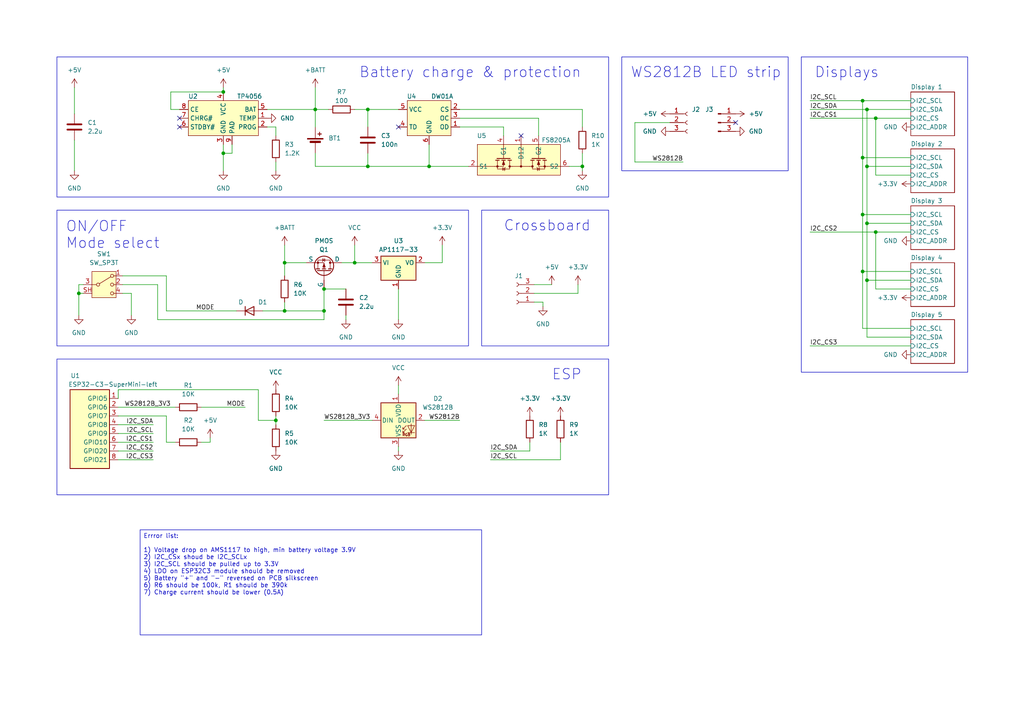
<source format=kicad_sch>
(kicad_sch (version 20231120) (generator "eeschema") (generator_version "8.0")
  (paper "A4")
  (lib_symbols
    (symbol "Connector:Conn_01x03_Pin" (pin_names (offset 1.016) hide)
      (property "Reference" "J" (at 0 5.08 0))
      (property "Value" "Conn_01x03_Pin" (at 0 -5.08 0))
      (symbol "Conn_01x03_Pin_1_1"
        (polyline (pts (xy 1.27 -2.54) (xy 0.8636 -2.54)) (stroke (width 0.1524)))
        (polyline (pts (xy 1.27 0) (xy 0.8636 0)) (stroke (width 0.1524)))
        (polyline (pts (xy 1.27 2.54) (xy 0.8636 2.54)) (stroke (width 0.1524)))
        (rectangle (start 0.8636 -2.413) (end 0 -2.667) (stroke (width 0.1524)) (fill (type outline)))
        (rectangle (start 0.8636 0.127) (end 0 -0.127) (stroke (width 0.1524)) (fill (type outline)))
        (rectangle (start 0.8636 2.667) (end 0 2.413) (stroke (width 0.1524)) (fill (type outline)))
        (pin passive line (at 5.08 2.54 180) (length 3.81) (name "Pin_1") (number "1"))
        (pin passive line (at 5.08 0 180) (length 3.81) (name "Pin_2") (number "2"))
        (pin passive line (at 5.08 -2.54 180) (length 3.81) (name "Pin_3") (number "3"))
      )
    )
    (symbol "Connector:Conn_01x03_Socket" (pin_names (offset 1.016) hide)
      (property "Reference" "J" (at 0 5.08 0))
      (property "Value" "Conn_01x03_Socket" (at 0 -5.08 0))
      (symbol "Conn_01x03_Socket_1_1"
        (arc (start 0 -2.032) (mid -0.5058 -2.54) (end 0 -3.048) (stroke (width 0.1524)))
        (polyline (pts (xy -1.27 -2.54) (xy -0.508 -2.54)) (stroke (width 0.1524)))
        (polyline (pts (xy -1.27 0) (xy -0.508 0)) (stroke (width 0.1524)))
        (polyline (pts (xy -1.27 2.54) (xy -0.508 2.54)) (stroke (width 0.1524)))
        (arc (start 0 0.508) (mid -0.5058 0) (end 0 -0.508) (stroke (width 0.1524)))
        (arc (start 0 3.048) (mid -0.5058 2.54) (end 0 2.032) (stroke (width 0.1524)))
        (pin passive line (at -5.08 2.54 0) (length 3.81) (name "Pin_1") (number "1"))
        (pin passive line (at -5.08 0 0) (length 3.81) (name "Pin_2") (number "2"))
        (pin passive line (at -5.08 -2.54 0) (length 3.81) (name "Pin_3") (number "3"))
      )
    )
    (symbol "Device:Battery_Cell" (pin_numbers hide) (pin_names (offset 0) hide)
      (property "Reference" "BT" (at 2.54 2.54 0))
      (property "Value" "Battery_Cell" (at 2.54 0 0))
      (symbol "Battery_Cell_0_1"
        (rectangle (start -2.286 1.778) (end 2.286 1.524) (fill (type outline)))
        (rectangle (start -1.524 1.016) (end 1.524 0.508) (fill (type outline)))
        (polyline (pts (xy 0 0.762) (xy 0 0)))
        (polyline (pts (xy 0 1.778) (xy 0 2.54)))
        (polyline (pts (xy 0.762 3.048) (xy 1.778 3.048)) (stroke (width 0.254)))
        (polyline (pts (xy 1.27 3.556) (xy 1.27 2.54)) (stroke (width 0.254)))
      )
      (symbol "Battery_Cell_1_1"
        (pin passive line (at 0 5.08 270) (length 2.54) (name "+") (number "1"))
        (pin passive line (at 0 -2.54 90) (length 2.54) (name "-") (number "2"))
      )
    )
    (symbol "Device:C" (pin_numbers hide) (pin_names (offset 0.254))
      (property "Reference" "C" (at 0.635 2.54 0))
      (property "Value" "C" (at 0.635 -2.54 0))
      (symbol "C_0_1"
        (polyline (pts (xy -2.032 -0.762) (xy 2.032 -0.762)) (stroke (width 0.508)))
        (polyline (pts (xy -2.032 0.762) (xy 2.032 0.762)) (stroke (width 0.508)))
      )
      (symbol "C_1_1"
        (pin passive line (at 0 3.81 270) (length 2.794) (name "~") (number "1"))
        (pin passive line (at 0 -3.81 90) (length 2.794) (name "~") (number "2"))
      )
    )
    (symbol "Device:D" (pin_numbers hide) (pin_names (offset 1.016) hide)
      (property "Reference" "D" (at 0 2.54 0))
      (property "Value" "D" (at 0 -2.54 0))
      (symbol "D_0_1"
        (polyline (pts (xy -1.27 1.27) (xy -1.27 -1.27)) (stroke (width 0.254)))
        (polyline (pts (xy 1.27 0) (xy -1.27 0)))
        (polyline (pts (xy 1.27 1.27) (xy 1.27 -1.27) (xy -1.27 0) (xy 1.27 1.27)) (stroke (width 0.254)))
      )
      (symbol "D_1_1"
        (pin passive line (at -3.81 0 0) (length 2.54) (name "K") (number "1"))
        (pin passive line (at 3.81 0 180) (length 2.54) (name "A") (number "2"))
      )
    )
    (symbol "Device:R" (pin_numbers hide) (pin_names (offset 0))
      (property "Reference" "R" (at 2.032 0 90))
      (property "Value" "R" (at 0 0 90))
      (symbol "R_0_1"
        (rectangle (start -1.016 -2.54) (end 1.016 2.54) (stroke (width 0.254)))
      )
      (symbol "R_1_1"
        (pin passive line (at 0 3.81 270) (length 1.27) (name "~") (number "1"))
        (pin passive line (at 0 -3.81 90) (length 1.27) (name "~") (number "2"))
      )
    )
    (symbol "LED:WS2812B" (pin_names (offset 0.254))
      (property "Reference" "D" (at 5.08 5.715 0))
      (property "Value" "WS2812B" (at 1.27 -5.715 0))
      (symbol "WS2812B_0_0"
        (text "RGB" (at 2.286 -4.191 0) (effects (font (size 0.762 0.762))))
      )
      (symbol "WS2812B_0_1"
        (polyline (pts (xy 1.27 -3.556) (xy 1.778 -3.556)))
        (polyline (pts (xy 1.27 -2.54) (xy 1.778 -2.54)))
        (polyline (pts (xy 4.699 -3.556) (xy 2.667 -3.556)))
        (polyline (pts (xy 2.286 -2.54) (xy 1.27 -3.556) (xy 1.27 -3.048)))
        (polyline (pts (xy 2.286 -1.524) (xy 1.27 -2.54) (xy 1.27 -2.032)))
        (polyline (pts (xy 3.683 -1.016) (xy 3.683 -3.556) (xy 3.683 -4.064)))
        (polyline (pts (xy 4.699 -1.524) (xy 2.667 -1.524) (xy 3.683 -3.556) (xy 4.699 -1.524)))
        (rectangle (start 5.08 5.08) (end -5.08 -5.08) (stroke (width 0.254)) (fill (type background)))
      )
      (symbol "WS2812B_1_1"
        (pin power_in line (at 0 7.62 270) (length 2.54) (name "VDD") (number "1"))
        (pin output line (at 7.62 0 180) (length 2.54) (name "DOUT") (number "2"))
        (pin power_in line (at 0 -7.62 90) (length 2.54) (name "VSS") (number "3"))
        (pin input line (at -7.62 0 0) (length 2.54) (name "DIN") (number "4"))
      )
    )
    (symbol "PMOS_1" (pin_numbers hide) (pin_names (offset 0))
      (property "Reference" "Q1" (at 6.35 0 90))
      (property "Value" "PMOS" (at 8.89 0 90))
      (symbol "PMOS_1_0_1"
        (polyline (pts (xy 0.254 0) (xy -2.54 0)))
        (polyline (pts (xy 0.254 1.905) (xy 0.254 -1.905)) (stroke (width 0.254)))
        (polyline (pts (xy 0.762 -1.27) (xy 0.762 -2.286)) (stroke (width 0.254)))
        (polyline (pts (xy 0.762 0.508) (xy 0.762 -0.508)) (stroke (width 0.254)))
        (polyline (pts (xy 0.762 2.286) (xy 0.762 1.27)) (stroke (width 0.254)))
        (polyline (pts (xy 2.54 2.54) (xy 2.54 1.778)))
        (polyline (pts (xy 2.54 -2.54) (xy 2.54 0) (xy 0.762 0)))
        (polyline (pts (xy 0.762 1.778) (xy 3.302 1.778) (xy 3.302 -1.778) (xy 0.762 -1.778)))
        (polyline (pts (xy 2.286 0) (xy 1.27 0.381) (xy 1.27 -0.381) (xy 2.286 0)) (fill (type outline)))
        (polyline (pts (xy 2.794 -0.508) (xy 2.921 -0.381) (xy 3.683 -0.381) (xy 3.81 -0.254)))
        (polyline (pts (xy 3.302 -0.381) (xy 2.921 0.254) (xy 3.683 0.254) (xy 3.302 -0.381)))
        (circle (center 1.651 0) (radius 2.794) (stroke (width 0.254)))
        (circle (center 2.54 -1.778) (radius 0.254) (fill (type outline)))
        (circle (center 2.54 1.778) (radius 0.254) (fill (type outline)))
      )
      (symbol "PMOS_1_1_1"
        (pin input line (at -5.08 0 0) (length 2.54) (name "G") (number "1"))
        (pin passive line (at 2.54 -5.08 90) (length 2.54) (name "S") (number "2"))
        (pin passive line (at 2.54 5.08 270) (length 2.54) (name "D") (number "3"))
      )
    )
    (symbol "Regulator_Linear:AP1117-33"
      (property "Reference" "U" (at -3.81 3.175 0))
      (property "Value" "AP1117-33" (at 0 3.175 0))
      (symbol "AP1117-33_0_1"
        (rectangle (start -5.08 -5.08) (end 5.08 1.905) (stroke (width 0.254)) (fill (type background)))
      )
      (symbol "AP1117-33_1_1"
        (pin power_in line (at 0 -7.62 90) (length 2.54) (name "GND") (number "1"))
        (pin power_out line (at 7.62 0 180) (length 2.54) (name "VO") (number "2"))
        (pin power_in line (at -7.62 0 0) (length 2.54) (name "VI") (number "3"))
      )
    )
    (symbol "lib:DW01A"
      (property "Reference" "U" (at 1.27 1.27 0))
      (property "Value" "DW01A" (at 10.16 1.27 0))
      (symbol "DW01A_1_1"
        (rectangle (start 0 0) (end 12.7 -10.16) (fill (type background)))
        (pin passive line (at 15.24 -7.62 180) (length 2.54) (name "OD") (number "1"))
        (pin passive line (at 15.24 -2.54 180) (length 2.54) (name "CS") (number "2"))
        (pin passive line (at 15.24 -5.08 180) (length 2.54) (name "OC") (number "3"))
        (pin passive line (at -2.54 -7.62 0) (length 2.54) (name "TD") (number "4"))
        (pin passive line (at -2.54 -2.54 0) (length 2.54) (name "VCC") (number "5"))
        (pin passive line (at 6.35 -12.7 90) (length 2.54) (name "GND") (number "6"))
      )
    )
    (symbol "lib:ESP32-left-side"
      (property "Reference" "U" (at -3.81 12.7 0))
      (symbol "ESP32-left-side_0_1"
        (rectangle (start -5.08 11.43) (end 6.35 -11.43) (stroke (width 0.254)) (fill (type background)))
      )
      (symbol "ESP32-left-side_1_1"
        (pin bidirectional line (at 8.89 8.89 180) (length 2.54) (name "GPIO5") (number "1"))
        (pin bidirectional line (at 8.89 6.35 180) (length 2.54) (name "GPIO6") (number "2"))
        (pin bidirectional line (at 8.89 3.81 180) (length 2.54) (name "GPIO7") (number "3"))
        (pin bidirectional line (at 8.89 1.27 180) (length 2.54) (name "GPIO8") (number "4"))
        (pin bidirectional line (at 8.89 -1.27 180) (length 2.54) (name "GPIO9") (number "5"))
        (pin bidirectional line (at 8.89 -3.81 180) (length 2.54) (name "GPIO10") (number "6"))
        (pin bidirectional line (at 8.89 -6.35 180) (length 2.54) (name "GPIO20") (number "7"))
        (pin bidirectional line (at 8.89 -8.89 180) (length 2.54) (name "GPIO21") (number "8"))
      )
    )
    (symbol "lib:FS8205"
      (property "Reference" "U" (at 1.27 1.27 0))
      (property "Value" "FS8205A" (at 22.86 1.27 0))
      (symbol "FS8205_0_1"
        (polyline (pts (xy 0 -6.35) (xy 5.08 -6.35)))
        (polyline (pts (xy 6.35 -4.572) (xy 5.334 -4.572)) (stroke (width 0.254)))
        (polyline (pts (xy 7.62 -4.064) (xy 7.62 -1.27)))
        (polyline (pts (xy 7.62 0) (xy 7.62 -1.27)))
        (polyline (pts (xy 8.128 -4.572) (xy 7.112 -4.572)) (stroke (width 0.254)))
        (polyline (pts (xy 9.525 -4.064) (xy 5.715 -4.064)) (stroke (width 0.254)))
        (polyline (pts (xy 9.906 -4.572) (xy 8.89 -4.572)) (stroke (width 0.254)))
        (polyline (pts (xy 10.16 -6.35) (xy 9.398 -6.35)))
        (polyline (pts (xy 10.16 -6.35) (xy 15.24 -6.35)))
        (polyline (pts (xy 12.7 0) (xy 12.7 -6.35)))
        (polyline (pts (xy 15.24 -6.35) (xy 16.002 -6.35)))
        (polyline (pts (xy 15.494 -4.572) (xy 16.51 -4.572)) (stroke (width 0.254)))
        (polyline (pts (xy 15.875 -4.064) (xy 19.685 -4.064)) (stroke (width 0.254)))
        (polyline (pts (xy 17.272 -4.572) (xy 18.288 -4.572)) (stroke (width 0.254)))
        (polyline (pts (xy 17.78 -4.064) (xy 17.78 -1.27)))
        (polyline (pts (xy 17.78 0) (xy 17.78 -2.54)))
        (polyline (pts (xy 19.05 -4.572) (xy 20.066 -4.572)) (stroke (width 0.254)))
        (polyline (pts (xy 20.32 -6.35) (xy 24.13 -6.35)))
        (polyline (pts (xy 5.08 -6.35) (xy 7.62 -6.35) (xy 7.62 -4.572)))
        (polyline (pts (xy 20.32 -6.35) (xy 17.78 -6.35) (xy 17.78 -4.572)))
        (polyline (pts (xy 5.842 -4.572) (xy 5.842 -7.112) (xy 9.398 -7.112) (xy 9.398 -4.572)))
        (polyline (pts (xy 7.62 -4.826) (xy 8.001 -5.842) (xy 7.239 -5.842) (xy 7.62 -4.826)) (fill (type outline)))
        (polyline (pts (xy 8.001 -7.112) (xy 7.366 -6.731) (xy 7.366 -7.493) (xy 8.001 -7.112)))
        (polyline (pts (xy 8.128 -6.604) (xy 8.001 -6.731) (xy 8.001 -7.493) (xy 7.874 -7.62)))
        (polyline (pts (xy 17.272 -6.604) (xy 17.399 -6.731) (xy 17.399 -7.493) (xy 17.526 -7.62)))
        (polyline (pts (xy 17.399 -7.112) (xy 18.034 -6.731) (xy 18.034 -7.493) (xy 17.399 -7.112)))
        (polyline (pts (xy 17.78 -4.826) (xy 17.399 -5.842) (xy 18.161 -5.842) (xy 17.78 -4.826)) (fill (type outline)))
        (polyline (pts (xy 19.558 -4.572) (xy 19.558 -7.112) (xy 16.002 -7.112) (xy 16.002 -4.572)))
        (circle (center 5.842 -6.35) (radius 0.254) (fill (type outline)))
        (circle (center 9.398 -6.35) (radius 0.254) (fill (type outline)))
        (circle (center 12.7 -6.35) (radius 0.254) (fill (type outline)))
        (circle (center 16.002 -6.35) (radius 0.254) (fill (type outline)))
        (circle (center 19.558 -6.35) (radius 0.254) (fill (type outline)))
      )
      (symbol "FS8205_1_1"
        (rectangle (start 0 0) (end 24.13 -8.89) (fill (type background)))
        (pin passive line (at 12.7 2.54 270) (length 2.54) (name "D12") (number "1"))
        (pin passive line (at -2.54 -6.35 0) (length 2.54) (name "S1") (number "2"))
        (pin passive line (at -2.54 -6.35 0) (length 2.54) hide (name "S1") (number "3"))
        (pin input line (at 7.62 2.54 270) (length 2.54) (name "G1") (number "4"))
        (pin input line (at 17.78 2.54 270) (length 2.54) (name "G2") (number "5"))
        (pin passive line (at 26.67 -6.35 180) (length 2.54) (name "S2") (number "6"))
        (pin passive line (at 26.67 -6.35 180) (length 2.54) hide (name "S2") (number "7"))
      )
    )
    (symbol "lib:SW_SP3T_SH" (pin_names (offset 0) hide)
      (property "Reference" "SW" (at 0 5.08 0))
      (property "Value" "SW_SP3T_SH" (at 0 -5.08 0))
      (symbol "SW_SP3T_SH_0_1"
        (circle (center -2.032 0) (radius 0.4572))
        (polyline (pts (xy -3.81 0) (xy -2.54 0)))
        (polyline (pts (xy -1.651 0.254) (xy 1.651 2.286)))
        (circle (center 2.032 -2.54) (radius 0.4572))
        (circle (center 2.032 0) (radius 0.4572))
        (circle (center 2.032 2.54) (radius 0.4572))
      )
      (symbol "SW_SP3T_SH_1_1"
        (rectangle (start -3.81 3.81) (end 3.175 -3.81) (fill (type background)))
        (pin passive line (at 5.08 2.54 180) (length 2.54) (name "1") (number "1"))
        (pin passive line (at 5.08 0 180) (length 2.54) (name "2") (number "2"))
        (pin passive line (at -6.35 0 0) (length 2.54) (name "3") (number "3"))
        (pin passive line (at 5.08 -2.54 180) (length 2.54) (name "4") (number "4"))
        (pin passive line (at -6.35 -2.54 0) (length 2.54) (name "3") (number "SH"))
      )
    )
    (symbol "lib:TP4056"
      (property "Reference" "U" (at 1.27 1.27 0))
      (property "Value" "TP4056" (at 17.78 1.27 0))
      (symbol "TP4056_1_1"
        (rectangle (start 0 0) (end 20.32 -10.16) (fill (type background)))
        (pin input line (at 22.86 -5.08 180) (length 2.54) (name "TEMP") (number "1"))
        (pin input line (at 22.86 -7.62 180) (length 2.54) (name "PROG") (number "2"))
        (pin passive line (at 10.16 -12.7 90) (length 2.54) (name "GND") (number "3"))
        (pin power_in line (at 10.16 2.54 270) (length 2.54) (name "VCC") (number "4"))
        (pin power_out line (at 22.86 -2.54 180) (length 2.54) (name "BAT") (number "5"))
        (pin input line (at -2.54 -7.62 0) (length 2.54) (name "STDBY#") (number "6"))
        (pin input line (at -2.54 -5.08 0) (length 2.54) (name "CHRG#") (number "7"))
        (pin input line (at -2.54 -2.54 0) (length 2.54) (name "CE") (number "8"))
        (pin passive line (at 12.7 -12.7 90) (length 2.54) (name "PAD") (number "9"))
      )
    )
    (symbol "power:+3.3V" (power) (pin_names (offset 0))
      (property "Value" "+3.3V" (at 0 3.556 0))
      (symbol "+3.3V_0_1"
        (polyline (pts (xy -0.762 1.27) (xy 0 2.54)))
        (polyline (pts (xy 0 0) (xy 0 2.54)))
        (polyline (pts (xy 0 2.54) (xy 0.762 1.27)))
      )
      (symbol "+3.3V_1_1"
        (pin power_in line (at 0 0 90) (length 0) hide (name "+3.3V") (number "1"))
      )
    )
    (symbol "power:+5V" (power) (pin_names (offset 0))
      (property "Value" "+5V" (at 0 3.556 0))
      (symbol "+5V_0_1"
        (polyline (pts (xy -0.762 1.27) (xy 0 2.54)))
        (polyline (pts (xy 0 0) (xy 0 2.54)))
        (polyline (pts (xy 0 2.54) (xy 0.762 1.27)))
      )
      (symbol "+5V_1_1"
        (pin power_in line (at 0 0 90) (length 0) hide (name "+5V") (number "1"))
      )
    )
    (symbol "power:+BATT" (power) (pin_names (offset 0))
      (property "Value" "+BATT" (at 0 3.556 0))
      (symbol "+BATT_0_1"
        (polyline (pts (xy -0.762 1.27) (xy 0 2.54)))
        (polyline (pts (xy 0 0) (xy 0 2.54)))
        (polyline (pts (xy 0 2.54) (xy 0.762 1.27)))
      )
      (symbol "+BATT_1_1"
        (pin power_in line (at 0 0 90) (length 0) hide (name "+BATT") (number "1"))
      )
    )
    (symbol "power:GND" (power) (pin_names (offset 0))
      (property "Value" "GND" (at 0 -3.81 0))
      (symbol "GND_0_1"
        (polyline (pts (xy 0 0) (xy 0 -1.27) (xy 1.27 -1.27) (xy 0 -2.54) (xy -1.27 -1.27) (xy 0 -1.27)))
      )
      (symbol "GND_1_1"
        (pin power_in line (at 0 0 270) (length 0) hide (name "GND") (number "1"))
      )
    )
    (symbol "power:VCC" (power) (pin_names (offset 0))
      (property "Value" "VCC" (at 0 3.81 0))
      (symbol "VCC_0_1"
        (polyline (pts (xy -0.762 1.27) (xy 0 2.54)))
        (polyline (pts (xy 0 0) (xy 0 2.54)))
        (polyline (pts (xy 0 2.54) (xy 0.762 1.27)))
      )
      (symbol "VCC_1_1"
        (pin power_in line (at 0 0 90) (length 0) hide (name "VCC") (number "1"))
      )
    )
  )
  (junction (at 82.55 90.17))
  (junction (at 93.98 90.17))
  (junction (at 102.87 76.2))
  (junction (at 254 67.31))
  (junction (at 64.77 44.45))
  (junction (at 80.01 121.92))
  (junction (at 124.46 48.26))
  (junction (at 250.19 78.74))
  (junction (at 251.46 64.77))
  (junction (at 251.46 31.75))
  (junction (at 106.68 31.75))
  (junction (at 168.91 48.26))
  (junction (at 106.68 48.26))
  (junction (at 93.98 83.82))
  (junction (at 251.46 81.28))
  (junction (at 22.86 85.09))
  (junction (at 91.44 31.75))
  (junction (at 251.46 48.26))
  (junction (at 250.19 29.21))
  (junction (at 250.19 45.72))
  (junction (at 250.19 62.23))
  (junction (at 82.55 76.2))
  (junction (at 254 34.29))
  (junction (at 64.77 26.67))
  (no_connect (at 151.13 39.37))
  (no_connect (at 52.07 34.29))
  (no_connect (at 213.36 35.56))
  (no_connect (at 115.57 36.83))
  (no_connect (at 52.07 36.83))
  (wire (pts (xy 250.19 62.23) (xy 264.16 62.23)))
  (wire (pts (xy 234.95 34.29) (xy 254 34.29)))
  (wire (pts (xy 49.53 31.75) (xy 49.53 26.67)))
  (wire (pts (xy 106.68 48.26) (xy 124.46 48.26)))
  (wire (pts (xy 264.16 95.25) (xy 250.19 95.25)))
  (wire (pts (xy 234.95 31.75) (xy 251.46 31.75)))
  (wire (pts (xy 128.27 71.12) (xy 128.27 76.2)))
  (wire (pts (xy 22.86 91.44) (xy 22.86 85.09)))
  (wire (pts (xy 124.46 48.26) (xy 135.89 48.26)))
  (wire (pts (xy 251.46 48.26) (xy 264.16 48.26)))
  (wire (pts (xy 250.19 62.23) (xy 250.19 78.74)))
  (wire (pts (xy 184.15 46.99) (xy 184.15 35.56)))
  (wire (pts (xy 234.95 67.31) (xy 254 67.31)))
  (wire (pts (xy 21.59 33.02) (xy 21.59 25.4)))
  (wire (pts (xy 64.77 44.45) (xy 64.77 49.53)))
  (wire (pts (xy 91.44 48.26) (xy 106.68 48.26)))
  (wire (pts (xy 254 83.82) (xy 264.16 83.82)))
  (wire (pts (xy 254 34.29) (xy 254 50.8)))
  (wire (pts (xy 168.91 48.26) (xy 168.91 49.53)))
  (wire (pts (xy 142.24 130.81) (xy 153.67 130.81)))
  (wire (pts (xy 156.21 39.37) (xy 156.21 34.29)))
  (wire (pts (xy 156.21 34.29) (xy 133.35 34.29)))
  (wire (pts (xy 82.55 76.2) (xy 82.55 80.01)))
  (wire (pts (xy 168.91 36.83) (xy 168.91 31.75)))
  (wire (pts (xy 106.68 31.75) (xy 106.68 36.83)))
  (wire (pts (xy 91.44 31.75) (xy 91.44 36.83)))
  (wire (pts (xy 251.46 64.77) (xy 251.46 48.26)))
  (wire (pts (xy 67.31 44.45) (xy 64.77 44.45)))
  (wire (pts (xy 60.96 128.27) (xy 60.96 127)))
  (wire (pts (xy 250.19 29.21) (xy 250.19 45.72)))
  (wire (pts (xy 115.57 83.82) (xy 115.57 92.71)))
  (wire (pts (xy 34.29 130.81) (xy 44.45 130.81)))
  (wire (pts (xy 48.26 90.17) (xy 68.58 90.17)))
  (wire (pts (xy 64.77 41.91) (xy 64.77 44.45)))
  (wire (pts (xy 162.56 133.35) (xy 162.56 128.27)))
  (wire (pts (xy 58.42 118.11) (xy 71.12 118.11)))
  (wire (pts (xy 250.19 45.72) (xy 250.19 62.23)))
  (wire (pts (xy 107.95 121.92) (xy 93.98 121.92)))
  (wire (pts (xy 22.86 85.09) (xy 22.86 82.55)))
  (wire (pts (xy 45.72 82.55) (xy 45.72 92.71)))
  (wire (pts (xy 77.47 31.75) (xy 91.44 31.75)))
  (wire (pts (xy 38.1 91.44) (xy 38.1 85.09)))
  (wire (pts (xy 80.01 36.83) (xy 80.01 39.37)))
  (wire (pts (xy 123.19 121.92) (xy 133.35 121.92)))
  (wire (pts (xy 35.56 82.55) (xy 45.72 82.55)))
  (wire (pts (xy 80.01 121.92) (xy 80.01 123.19)))
  (wire (pts (xy 76.2 90.17) (xy 82.55 90.17)))
  (wire (pts (xy 264.16 97.79) (xy 251.46 97.79)))
  (wire (pts (xy 115.57 129.54) (xy 115.57 130.81)))
  (wire (pts (xy 48.26 128.27) (xy 48.26 120.65)))
  (wire (pts (xy 133.35 36.83) (xy 146.05 36.83)))
  (wire (pts (xy 22.86 85.09) (xy 24.13 85.09)))
  (wire (pts (xy 264.16 67.31) (xy 254 67.31)))
  (wire (pts (xy 184.15 46.99) (xy 198.12 46.99)))
  (wire (pts (xy 250.19 78.74) (xy 264.16 78.74)))
  (wire (pts (xy 52.07 31.75) (xy 49.53 31.75)))
  (wire (pts (xy 34.29 128.27) (xy 44.45 128.27)))
  (wire (pts (xy 106.68 31.75) (xy 115.57 31.75)))
  (wire (pts (xy 34.29 123.19) (xy 44.45 123.19)))
  (wire (pts (xy 264.16 29.21) (xy 250.19 29.21)))
  (wire (pts (xy 167.64 85.09) (xy 154.94 85.09)))
  (wire (pts (xy 250.19 95.25) (xy 250.19 78.74)))
  (wire (pts (xy 128.27 76.2) (xy 123.19 76.2)))
  (wire (pts (xy 50.8 128.27) (xy 48.26 128.27)))
  (wire (pts (xy 34.29 118.11) (xy 50.8 118.11)))
  (wire (pts (xy 251.46 48.26) (xy 251.46 31.75)))
  (wire (pts (xy 82.55 76.2) (xy 88.9 76.2)))
  (wire (pts (xy 93.98 83.82) (xy 93.98 90.17)))
  (wire (pts (xy 102.87 31.75) (xy 106.68 31.75)))
  (wire (pts (xy 234.95 100.33) (xy 264.16 100.33)))
  (wire (pts (xy 250.19 45.72) (xy 264.16 45.72)))
  (wire (pts (xy 102.87 76.2) (xy 107.95 76.2)))
  (wire (pts (xy 154.94 87.63) (xy 157.48 87.63)))
  (wire (pts (xy 34.29 125.73) (xy 44.45 125.73)))
  (wire (pts (xy 49.53 26.67) (xy 64.77 26.67)))
  (wire (pts (xy 234.95 29.21) (xy 250.19 29.21)))
  (wire (pts (xy 264.16 34.29) (xy 254 34.29)))
  (wire (pts (xy 34.29 113.03) (xy 34.29 115.57)))
  (wire (pts (xy 77.47 36.83) (xy 80.01 36.83)))
  (wire (pts (xy 99.06 76.2) (xy 102.87 76.2)))
  (wire (pts (xy 48.26 120.65) (xy 34.29 120.65)))
  (wire (pts (xy 93.98 92.71) (xy 93.98 90.17)))
  (wire (pts (xy 34.29 133.35) (xy 44.45 133.35)))
  (wire (pts (xy 124.46 41.91) (xy 124.46 48.26)))
  (wire (pts (xy 194.31 35.56) (xy 184.15 35.56)))
  (wire (pts (xy 45.72 92.71) (xy 93.98 92.71)))
  (wire (pts (xy 153.67 130.81) (xy 153.67 128.27)))
  (wire (pts (xy 146.05 36.83) (xy 146.05 39.37)))
  (wire (pts (xy 91.44 48.26) (xy 91.44 44.45)))
  (wire (pts (xy 91.44 31.75) (xy 95.25 31.75)))
  (wire (pts (xy 168.91 44.45) (xy 168.91 48.26)))
  (wire (pts (xy 74.93 121.92) (xy 80.01 121.92)))
  (wire (pts (xy 21.59 40.64) (xy 21.59 49.53)))
  (wire (pts (xy 106.68 44.45) (xy 106.68 48.26)))
  (wire (pts (xy 165.1 48.26) (xy 168.91 48.26)))
  (wire (pts (xy 142.24 133.35) (xy 162.56 133.35)))
  (wire (pts (xy 91.44 25.4) (xy 91.44 31.75)))
  (wire (pts (xy 80.01 120.65) (xy 80.01 121.92)))
  (wire (pts (xy 115.57 111.76) (xy 115.57 114.3)))
  (wire (pts (xy 82.55 87.63) (xy 82.55 90.17)))
  (wire (pts (xy 22.86 82.55) (xy 24.13 82.55)))
  (wire (pts (xy 251.46 97.79) (xy 251.46 81.28)))
  (wire (pts (xy 264.16 81.28) (xy 251.46 81.28)))
  (wire (pts (xy 48.26 80.01) (xy 48.26 90.17)))
  (wire (pts (xy 100.33 91.44) (xy 100.33 92.71)))
  (wire (pts (xy 82.55 71.12) (xy 82.55 76.2)))
  (wire (pts (xy 102.87 76.2) (xy 102.87 71.12)))
  (wire (pts (xy 74.93 113.03) (xy 74.93 121.92)))
  (wire (pts (xy 251.46 81.28) (xy 251.46 64.77)))
  (wire (pts (xy 82.55 90.17) (xy 93.98 90.17)))
  (wire (pts (xy 80.01 46.99) (xy 80.01 49.53)))
  (wire (pts (xy 254 67.31) (xy 254 83.82)))
  (wire (pts (xy 34.29 113.03) (xy 74.93 113.03)))
  (wire (pts (xy 35.56 80.01) (xy 48.26 80.01)))
  (wire (pts (xy 38.1 85.09) (xy 35.56 85.09)))
  (wire (pts (xy 167.64 82.55) (xy 167.64 85.09)))
  (wire (pts (xy 154.94 82.55) (xy 160.02 82.55)))
  (wire (pts (xy 168.91 31.75) (xy 133.35 31.75)))
  (wire (pts (xy 157.48 87.63) (xy 157.48 88.9)))
  (wire (pts (xy 67.31 41.91) (xy 67.31 44.45)))
  (wire (pts (xy 64.77 25.4) (xy 64.77 26.67)))
  (wire (pts (xy 58.42 128.27) (xy 60.96 128.27)))
  (wire (pts (xy 254 50.8) (xy 264.16 50.8)))
  (wire (pts (xy 251.46 31.75) (xy 264.16 31.75)))
  (wire (pts (xy 251.46 64.77) (xy 264.16 64.77)))
  (wire (pts (xy 93.98 83.82) (xy 100.33 83.82)))
  (rectangle (start 16.51 60.96) (end 135.89 100.33))
  (rectangle (start 180.34 16.51) (end 228.6 49.53))
  (rectangle (start 16.51 104.14) (end 176.53 143.51))
  (rectangle (start 139.7 60.96) (end 176.53 100.33))
  (rectangle (start 16.51 16.51) (end 176.53 57.15))
  (rectangle (start 232.41 16.51) (end 280.67 107.95))
  (text_box "Errror list:\n\n1) Voltage drop on AMS1117 to high, min battery voltage 3.9V\n2) I2C_CSx shoud be I2C_SCLx\n3) I2C_SCL should be pulled up to 3.3V\n4) LDO on ESP32C3 module should be removed\n5) Battery \"+\" and \"-\" reversed on PCB silkscreen\n6) R6 should be 100k, R1 should be 390k\n7) Charge current should be lower (0.5A)" (at 40.64 153.67 0) (size 99.06 30.48) (effects (font (size 1.27 1.27)) (justify left top)))
  (text "ESP" (at 160.02 110.49 0) (effects (font (size 3 3)) (justify left bottom)))
  (text "Displays" (at 236.22 22.86 0) (effects (font (size 3 3)) (justify left bottom)))
  (text "WS2812B LED strip" (at 182.88 22.86 0) (effects (font (size 3 3)) (justify left bottom)))
  (text "Battery charge & protection" (at 104.14 22.86 0) (effects (font (size 3 3)) (justify left bottom)))
  (text "Crossboard" (at 146.05 67.31 0) (effects (font (size 3 3)) (justify left bottom)))
  (text "ON/OFF\nMode select" (at 19.05 72.39 0) (effects (font (size 3 3)) (justify left bottom)))
  (label "I2C_SDA" (at 234.95 31.75 0))
  (label "WS2812B" (at 198.12 46.99 180))
  (label "I2C_CS3" (at 44.45 133.35 180))
  (label "I2C_CS1" (at 44.45 128.27 180))
  (label "I2C_CS2" (at 44.45 130.81 180))
  (label "I2C_SCL" (at 142.24 133.35 0))
  (label "I2C_CS3" (at 234.95 100.33 0))
  (label "I2C_SDA" (at 44.45 123.19 180))
  (label "I2C_CS1" (at 234.95 34.29 0))
  (label "WS2812B_3V3" (at 93.98 121.92 0))
  (label "MODE" (at 71.12 118.11 180))
  (label "MODE" (at 62.23 90.17 180))
  (label "I2C_SDA" (at 142.24 130.81 0))
  (label "I2C_CS2" (at 234.95 67.31 0))
  (label "WS2812B_3V3" (at 49.53 118.11 180))
  (label "WS2812B" (at 133.35 121.92 180))
  (label "I2C_SCL" (at 234.95 29.21 0))
  (label "I2C_SCL" (at 44.45 125.73 180))
  (symbol (lib_id "power:GND") (at 213.36 38.1 90) (unit 1)
    (property "Reference" "#PWR029" (effects (hide yes)))
    (property "Value" "GND" (at 217.17 38.1 90) (effects (justify right)))
  )
  (symbol (lib_id "power:+3.3V") (at 264.16 53.34 90) (unit 1)
    (property "Reference" "#PWR031" (effects (hide yes)))
    (property "Value" "+3.3V" (at 260.35 53.34 90) (effects (justify left)))
  )
  (symbol (lib_id "power:GND") (at 115.57 130.81 0) (unit 1)
    (property "Reference" "#PWR018" (effects (hide yes)))
    (property "Value" "GND" (at 115.57 135.89 0))
  )
  (symbol (lib_id "power:GND") (at 264.16 36.83 270) (unit 1)
    (property "Reference" "#PWR030" (effects (hide yes)))
    (property "Value" "GND" (at 260.35 36.83 90) (effects (justify right)))
  )
  (symbol (lib_id "power:VCC") (at 102.87 71.12 0) (unit 1)
    (property "Reference" "#PWR015" (effects (hide yes)))
    (property "Value" "VCC" (at 102.87 66.04 0))
  )
  (symbol (lib_id "power:+3.3V") (at 128.27 71.12 0) (unit 1)
    (property "Reference" "#PWR019" (effects (hide yes)))
    (property "Value" "+3.3V" (at 128.27 66.04 0))
  )
  (symbol (lib_id "Device:R") (at 80.01 43.18 0) (unit 1)
    (property "Reference" "R3" (at 82.55 41.91 0) (effects (justify left)))
    (property "Value" "1.2K" (at 82.55 44.45 0) (effects (justify left)))
    (property "Footprint" "Resistor_SMD:R_0603_1608Metric_Pad0.98x0.95mm_HandSolder" (effects (hide yes)))
  )
  (symbol (lib_id "Device:R") (at 162.56 124.46 0) (unit 1)
    (property "Reference" "R9" (at 165.1 123.19 0) (effects (justify left)))
    (property "Value" "1K" (at 165.1 125.73 0) (effects (justify left)))
    (property "Footprint" "Resistor_SMD:R_0603_1608Metric_Pad0.98x0.95mm_HandSolder" (effects (hide yes)))
  )
  (symbol (lib_id "power:+BATT") (at 91.44 25.4 0) (unit 1)
    (property "Reference" "#PWR013" (effects (hide yes)))
    (property "Value" "+BATT" (at 91.44 20.32 0))
  )
  (symbol (lib_id "Connector:Conn_01x03_Socket") (at 199.39 35.56 0) (unit 1)
    (property "Reference" "J2" (at 200.66 31.75 0) (effects (justify left)))
    (property "Value" "Conn_01x03_Socket" (effects (hide yes)))
    (property "Footprint" "Lib:WS2812B_strip" (effects (hide yes)))
  )
  (symbol (lib_id "Device:D") (at 72.39 90.17 0) (mirror x) (unit 1)
    (property "Reference" "D1" (at 76.2 87.63 0))
    (property "Value" "D" (at 69.85 87.63 0))
    (property "Footprint" "Diode_SMD:D_SOD-323_HandSoldering" (effects (hide yes)))
    (property "Sim.Device" "D" (effects (hide yes)))
    (property "Sim.Pins" "1=K 2=A" (effects (hide yes)))
  )
  (symbol (lib_id "lib:ESP32-left-side") (at 25.4 124.46 0) (unit 1)
    (property "Reference" "U1" (at 21.844 108.966 0))
    (property "Value" "ESP32-C3-SuperMini-left" (at 32.766 111.506 0))
    (property "Footprint" "Lib:ESP32-C3_SuperMini_TOP" (effects (hide yes)))
  )
  (symbol (lib_id "power:VCC") (at 80.01 113.03 0) (unit 1)
    (property "Reference" "#PWR010" (effects (hide yes)))
    (property "Value" "VCC" (at 80.01 107.95 0))
  )
  (symbol (lib_id "power:+3.3V") (at 264.16 86.36 90) (unit 1)
    (property "Reference" "#PWR033" (effects (hide yes)))
    (property "Value" "+3.3V" (at 260.35 86.36 90) (effects (justify left)))
  )
  (symbol (lib_id "Device:C") (at 106.68 40.64 0) (unit 1)
    (property "Reference" "C3" (at 110.49 39.37 0) (effects (justify left)))
    (property "Value" "100n" (at 110.49 41.91 0) (effects (justify left)))
    (property "Footprint" "Capacitor_SMD:C_0603_1608Metric_Pad1.08x0.95mm_HandSolder" (effects (hide yes)))
  )
  (symbol (lib_id "power:GND") (at 21.59 49.53 0) (unit 1)
    (property "Reference" "#PWR02" (effects (hide yes)))
    (property "Value" "GND" (at 21.59 54.61 0))
  )
  (symbol (lib_id "Device:R") (at 80.01 116.84 0) (unit 1)
    (property "Reference" "R4" (at 82.55 115.57 0) (effects (justify left)))
    (property "Value" "10K" (at 82.55 118.11 0) (effects (justify left)))
    (property "Footprint" "Resistor_SMD:R_0603_1608Metric_Pad0.98x0.95mm_HandSolder" (effects (hide yes)))
  )
  (symbol (lib_id "Device:R") (at 54.61 128.27 90) (unit 1)
    (property "Reference" "R2" (at 54.61 121.92 90))
    (property "Value" "10K" (at 54.61 124.46 90))
    (property "Footprint" "Resistor_SMD:R_0603_1608Metric_Pad0.98x0.95mm_HandSolder" (effects (hide yes)))
  )
  (symbol (lib_id "Device:Battery_Cell") (at 91.44 41.91 0) (unit 1)
    (property "Reference" "BT1" (at 95.25 40.0685 0) (effects (justify left)))
    (property "Value" "Battery_Cell" (effects (hide yes)))
    (property "Footprint" "Lib:Battery" (effects (hide yes)))
  )
  (symbol (lib_id "power:+5V") (at 160.02 82.55 0) (unit 1)
    (property "Reference" "#PWR022" (effects (hide yes)))
    (property "Value" "+5V" (at 160.02 77.47 0))
  )
  (symbol (lib_id "power:GND") (at 168.91 49.53 0) (unit 1)
    (property "Reference" "#PWR025" (effects (hide yes)))
    (property "Value" "GND" (at 168.91 54.61 0))
  )
  (symbol (lib_id "Device:R") (at 82.55 83.82 0) (unit 1)
    (property "Reference" "R6" (at 85.09 82.55 0) (effects (justify left)))
    (property "Value" "10K" (at 85.09 85.09 0) (effects (justify left)))
    (property "Footprint" "Resistor_SMD:R_0603_1608Metric_Pad0.98x0.95mm_HandSolder" (effects (hide yes)))
  )
  (symbol (lib_id "power:GND") (at 100.33 92.71 0) (unit 1)
    (property "Reference" "#PWR014" (effects (hide yes)))
    (property "Value" "GND" (at 100.33 97.79 0))
  )
  (symbol (lib_id "power:GND") (at 194.31 38.1 270) (unit 1)
    (property "Reference" "#PWR027" (effects (hide yes)))
    (property "Value" "GND" (at 190.5 38.1 90) (effects (justify right)))
  )
  (symbol (lib_id "power:+5V") (at 21.59 25.4 0) (unit 1)
    (property "Reference" "#PWR01" (effects (hide yes)))
    (property "Value" "+5V" (at 21.59 20.32 0))
  )
  (symbol (lib_id "power:+5V") (at 194.31 33.02 90) (unit 1)
    (property "Reference" "#PWR026" (effects (hide yes)))
    (property "Value" "+5V" (at 190.5 33.0199 90) (effects (justify left)))
  )
  (symbol (lib_id "power:GND") (at 264.16 69.85 270) (unit 1)
    (property "Reference" "#PWR032" (effects (hide yes)))
    (property "Value" "GND" (at 260.35 69.85 90) (effects (justify right)))
  )
  (symbol (lib_id "power:GND") (at 77.47 34.29 90) (unit 1)
    (property "Reference" "#PWR08" (effects (hide yes)))
    (property "Value" "GND" (at 81.28 34.29 90) (effects (justify right)))
  )
  (symbol (lib_id "power:VCC") (at 115.57 111.76 0) (unit 1)
    (property "Reference" "#PWR017" (effects (hide yes)))
    (property "Value" "VCC" (at 115.57 106.68 0))
  )
  (symbol (lib_id "power:GND") (at 38.1 91.44 0) (unit 1)
    (property "Reference" "#PWR04" (effects (hide yes)))
    (property "Value" "GND" (at 38.1 96.52 0))
  )
  (symbol (lib_id "LED:WS2812B") (at 115.57 121.92 0) (unit 1)
    (property "Reference" "D2" (at 127 115.6014 0))
    (property "Value" "WS2812B" (at 127 118.1414 0))
    (property "Footprint" "LED_SMD:LED_WS2812B_PLCC4_5.0x5.0mm_P3.2mm" (effects (hide yes)))
    (property "Datasheet" "https://cdn-shop.adafruit.com/datasheets/WS2812B.pdf" (effects (hide yes)))
    (property "Description" "RGB LED with integrated controller" (effects (hide yes)))
  )
  (symbol (lib_id "power:GND") (at 64.77 49.53 0) (unit 1)
    (property "Reference" "#PWR07" (effects (hide yes)))
    (property "Value" "GND" (at 64.77 54.61 0))
  )
  (symbol (lib_id "lib:DW01A") (at 118.11 29.21 0) (unit 1)
    (property "Reference" "U4" (at 119.38 27.94 0))
    (property "Value" "DW01A" (at 128.27 27.94 0))
    (property "Footprint" "Package_TO_SOT_SMD:SOT-23-6_Handsoldering" (effects (hide yes)))
    (property "Datasheet" "http://www.tp4056.com/d/dw01a-fs.pdf" (effects (hide yes)))
  )
  (symbol (lib_id "power:+BATT") (at 82.55 71.12 0) (unit 1)
    (property "Reference" "#PWR012" (effects (hide yes)))
    (property "Value" "+BATT" (at 82.55 66.04 0))
  )
  (symbol (lib_id "power:GND") (at 157.48 88.9 0) (unit 1)
    (property "Reference" "#PWR021" (effects (hide yes)))
    (property "Value" "GND" (at 157.48 93.98 0))
  )
  (symbol (lib_id "Device:R") (at 153.67 124.46 0) (unit 1)
    (property "Reference" "R8" (at 156.21 123.19 0) (effects (justify left)))
    (property "Value" "1K" (at 156.21 125.73 0) (effects (justify left)))
    (property "Footprint" "Resistor_SMD:R_0603_1608Metric_Pad0.98x0.95mm_HandSolder" (effects (hide yes)))
  )
  (symbol (lib_id "power:+3.3V") (at 153.67 120.65 0) (unit 1)
    (property "Reference" "#PWR020" (effects (hide yes)))
    (property "Value" "+3.3V" (at 153.67 115.57 0))
  )
  (symbol (lib_id "power:+3.3V") (at 167.64 82.55 0) (unit 1)
    (property "Reference" "#PWR024" (effects (hide yes)))
    (property "Value" "+3.3V" (at 167.64 77.47 0))
  )
  (symbol (lib_id "lib:SW_SP3T_SH") (at 30.48 82.55 0) (unit 1)
    (property "Reference" "SW1" (at 30.1625 73.66 0))
    (property "Value" "SW_SP3T" (at 30.1625 76.2 0))
    (property "Footprint" "Lib:MSK-12C031 P3T" (effects (hide yes)))
    (property "Description" "Switch, three position, single pole triple throw, 3 position switch, SP3T" (effects (hide yes)))
  )
  (symbol (lib_id "Device:R") (at 54.61 118.11 90) (unit 1)
    (property "Reference" "R1" (at 54.61 111.76 90))
    (property "Value" "10K" (at 54.61 114.3 90))
    (property "Footprint" "Resistor_SMD:R_0603_1608Metric_Pad0.98x0.95mm_HandSolder" (effects (hide yes)))
  )
  (symbol (lib_id "power:+5V") (at 60.96 127 0) (unit 1)
    (property "Reference" "#PWR05" (effects (hide yes)))
    (property "Value" "+5V" (at 60.96 121.92 0))
  )
  (symbol (lib_id "Device:C") (at 21.59 36.83 0) (unit 1)
    (property "Reference" "C1" (at 25.4 35.56 0) (effects (justify left)))
    (property "Value" "2.2u" (at 25.4 38.1 0) (effects (justify left)))
    (property "Footprint" "Capacitor_SMD:C_0603_1608Metric_Pad1.08x0.95mm_HandSolder" (effects (hide yes)))
  )
  (symbol (lib_id "power:GND") (at 22.86 91.44 0) (unit 1)
    (property "Reference" "#PWR03" (effects (hide yes)))
    (property "Value" "GND" (at 22.86 96.52 0))
  )
  (symbol (lib_id "lib:TP4056") (at 54.61 29.21 0) (unit 1)
    (property "Reference" "U2" (at 54.61 27.94 0) (effects (justify left)))
    (property "Value" "TP4056" (at 72.39 27.94 0))
    (property "Footprint" "Package_SO:HSOP-8-1EP_3.9x4.9mm_P1.27mm_EP2.41x3.1mm" (effects (hide yes)))
  )
  (symbol (lib_id "power:+5V") (at 64.77 25.4 0) (unit 1)
    (property "Reference" "#PWR06" (effects (hide yes)))
    (property "Value" "+5V" (at 64.77 20.32 0))
  )
  (symbol (lib_id "Device:R") (at 99.06 31.75 90) (unit 1)
    (property "Reference" "R7" (at 99.06 26.67 90))
    (property "Value" "100" (at 99.06 29.21 90))
    (property "Footprint" "Resistor_SMD:R_0603_1608Metric_Pad0.98x0.95mm_HandSolder" (effects (hide yes)))
  )
  (symbol (lib_id "Device:C") (at 100.33 87.63 0) (unit 1)
    (property "Reference" "C2" (at 104.14 86.36 0) (effects (justify left)))
    (property "Value" "2.2u" (at 104.14 88.9 0) (effects (justify left)))
    (property "Footprint" "Capacitor_SMD:C_0603_1608Metric_Pad1.08x0.95mm_HandSolder" (effects (hide yes)))
  )
  (symbol (lib_id "Connector:Conn_01x03_Pin") (at 208.28 35.56 0) (unit 1)
    (property "Reference" "J3" (at 205.74 31.75 0))
    (property "Value" "Conn_01x03_Pin" (effects (hide yes)))
    (property "Footprint" "Lib:WS2812B_strip_1" (effects (hide yes)))
  )
  (symbol (lib_id "power:GND") (at 80.01 49.53 0) (unit 1)
    (property "Reference" "#PWR09" (effects (hide yes)))
    (property "Value" "GND" (at 80.01 54.61 0))
  )
  (symbol (lib_id "Regulator_Linear:AP1117-33") (at 115.57 76.2 0) (unit 1)
    (property "Reference" "U3" (at 115.57 69.85 0))
    (property "Value" "AP1117-33" (at 115.57 72.39 0))
    (property "Footprint" "Package_TO_SOT_SMD:SOT-223-3_TabPin2" (effects (hide yes)))
    (property "Datasheet" "http://www.diodes.com/datasheets/AP1117.pdf" (effects (hide yes)))
  )
  (symbol (lib_id "power:GND") (at 264.16 102.87 270) (unit 1)
    (property "Reference" "#PWR034" (effects (hide yes)))
    (property "Value" "GND" (at 260.35 102.87 90) (effects (justify right)))
  )
  (symbol (lib_id "lib:FS8205") (at 138.43 41.91 0) (unit 1)
    (property "Reference" "U5" (at 139.7 39.37 0))
    (property "Value" "FS8205A" (at 161.29 40.64 0))
    (property "Footprint" "Package_SO:TSSOP-8_4.4x3mm_P0.65mm" (effects (hide yes)))
  )
  (symbol (lib_name "PMOS_1") (lib_id "Simulation_SPICE:PMOS") (at 93.98 78.74 270) (mirror x) (unit 1)
    (property "Reference" "Q1" (at 93.98 72.39 90))
    (property "Value" "PMOS" (at 93.98 69.85 90))
    (property "Footprint" "Package_TO_SOT_SMD:SOT-23-3" (effects (hide yes)))
    (property "Datasheet" "https://ngspice.sourceforge.io/docs/ngspice-manual.pdf" (effects (hide yes)))
    (property "Sim.Device" "PMOS" (effects (hide yes)))
    (property "Sim.Type" "VDMOS" (effects (hide yes)))
    (property "Sim.Pins" "1=D 2=G 3=S" (effects (hide yes)))
  )
  (symbol (lib_id "power:GND") (at 115.57 92.71 0) (unit 1)
    (property "Reference" "#PWR016" (effects (hide yes)))
    (property "Value" "GND" (at 115.57 97.79 0))
  )
  (symbol (lib_id "power:GND") (at 80.01 130.81 0) (unit 1)
    (property "Reference" "#PWR011" (effects (hide yes)))
    (property "Value" "GND" (at 80.01 135.89 0))
  )
  (symbol (lib_id "power:+5V") (at 213.36 33.02 270) (unit 1)
    (property "Reference" "#PWR028" (effects (hide yes)))
    (property "Value" "+5V" (at 217.17 33.0199 90) (effects (justify left)))
  )
  (symbol (lib_id "power:+3.3V") (at 162.56 120.65 0) (unit 1)
    (property "Reference" "#PWR023" (effects (hide yes)))
    (property "Value" "+3.3V" (at 162.56 115.57 0))
  )
  (symbol (lib_id "Device:R") (at 80.01 127 0) (unit 1)
    (property "Reference" "R5" (at 82.55 125.73 0) (effects (justify left)))
    (property "Value" "10K" (at 82.55 128.27 0) (effects (justify left)))
    (property "Footprint" "Resistor_SMD:R_0603_1608Metric_Pad0.98x0.95mm_HandSolder" (effects (hide yes)))
  )
  (symbol (lib_id "Device:R") (at 168.91 40.64 0) (unit 1)
    (property "Reference" "R10" (at 171.45 39.37 0) (effects (justify left)))
    (property "Value" "1K" (at 171.45 41.91 0) (effects (justify left)))
    (property "Footprint" "Resistor_SMD:R_0603_1608Metric_Pad0.98x0.95mm_HandSolder" (effects (hide yes)))
  )
  (symbol (lib_id "Connector:Conn_01x03_Socket") (at 149.86 85.09 180) (unit 1)
    (property "Reference" "J1" (at 150.495 80.01 0))
    (property "Value" "Conn_01x03_Socket" (effects (hide yes)))
    (property "Footprint" "Lib:Crossboard" (effects (hide yes)))
  )
  (sheet (at 264.16 92.71) (size 12.7 12.7) (stroke (width 0.1524))
    (property "Sheetname" "Display 5" (at 264.16 91.9984 0) (effects (justify left bottom)))
    (property "Sheetfile" "Display.kicad_sch" (effects (hide yes)))
    (pin "I2C_ADDR" input (at 264.16 102.87 180))
    (pin "I2C_SCL" input (at 264.16 95.25 180))
    (pin "I2C_SDA" input (at 264.16 97.79 180))
    (pin "I2C_CS" input (at 264.16 100.33 180))
  )
  (sheet (at 264.16 43.18) (size 12.7 12.7) (stroke (width 0.1524))
    (property "Sheetname" "Display 2" (at 264.16 42.4684 0) (effects (justify left bottom)))
    (property "Sheetfile" "Display.kicad_sch" (effects (hide yes)))
    (pin "I2C_ADDR" input (at 264.16 53.34 180))
    (pin "I2C_SCL" input (at 264.16 45.72 180))
    (pin "I2C_SDA" input (at 264.16 48.26 180))
    (pin "I2C_CS" input (at 264.16 50.8 180))
  )
  (sheet (at 264.16 26.67) (size 12.7 12.7) (stroke (width 0.1524))
    (property "Sheetname" "Display 1" (at 264.16 25.9584 0) (effects (justify left bottom)))
    (property "Sheetfile" "Display.kicad_sch" (effects (hide yes)))
    (pin "I2C_ADDR" input (at 264.16 36.83 180))
    (pin "I2C_SCL" input (at 264.16 29.21 180))
    (pin "I2C_SDA" input (at 264.16 31.75 180))
    (pin "I2C_CS" input (at 264.16 34.29 180))
  )
  (sheet (at 264.16 76.2) (size 12.7 12.7) (stroke (width 0.1524))
    (property "Sheetname" "Display 4" (at 264.16 75.4884 0) (effects (justify left bottom)))
    (property "Sheetfile" "Display.kicad_sch" (effects (hide yes)))
    (pin "I2C_ADDR" input (at 264.16 86.36 180))
    (pin "I2C_SCL" input (at 264.16 78.74 180))
    (pin "I2C_SDA" input (at 264.16 81.28 180))
    (pin "I2C_CS" input (at 264.16 83.82 180))
  )
  (sheet (at 264.16 59.69) (size 12.7 12.7) (stroke (width 0.1524))
    (property "Sheetname" "Display 3" (at 264.16 58.9784 0) (effects (justify left bottom)))
    (property "Sheetfile" "Display.kicad_sch" (effects (hide yes)))
    (pin "I2C_ADDR" input (at 264.16 69.85 180))
    (pin "I2C_SCL" input (at 264.16 62.23 180))
    (pin "I2C_SDA" input (at 264.16 64.77 180))
    (pin "I2C_CS" input (at 264.16 67.31 180))
  )
)
</source>
